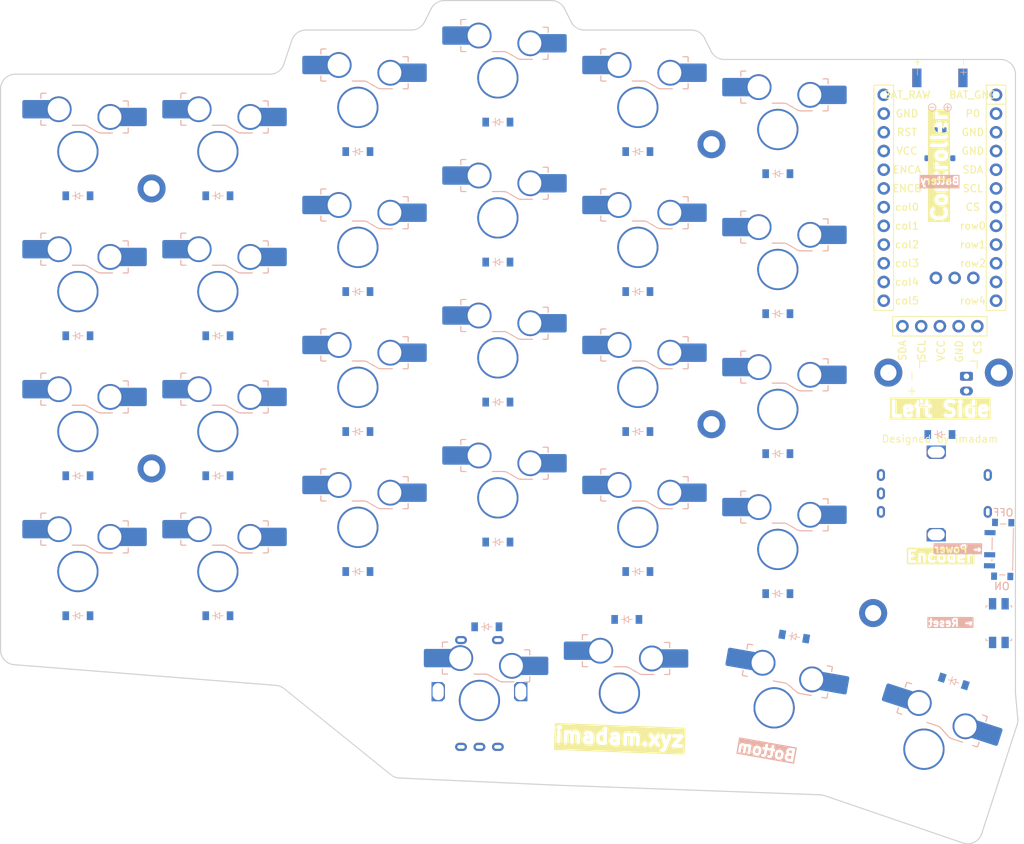
<source format=kicad_pcb>
(kicad_pcb (version 20240108) (generator "ergogen") (generator_version "4.1.0")
  (title_block (title "left") (date "2025-04-12") (rev "v1.0.0") (company "Unknown"))
  (layers (0 "F.Cu" signal) (31 "B.Cu" signal) (34 "B.Paste" user) (35 "F.Paste" user) (36 "B.SilkS" user "B.Silkscreen") (37 "F.SilkS" user "F.Silkscreen") (38 "B.Mask" user) (39 "F.Mask" user) (44 "Edge.Cuts" user))
  (net 0 "")
  (net 1 "col0")
  (net 2 "outer_bottom")
  (net 3 "GND")
  (net 4 "outer_home")
  (net 5 "outer_top")
  (net 6 "outer_num")
  (net 7 "col1")
  (net 8 "pinky_bottom")
  (net 9 "pinky_home")
  (net 10 "pinky_top")
  (net 11 "pinky_num")
  (net 12 "col2")
  (net 13 "ring_bottom")
  (net 14 "ring_home")
  (net 15 "ring_top")
  (net 16 "ring_num")
  (net 17 "col3")
  (net 18 "middle_bottom")
  (net 19 "middle_home")
  (net 20 "middle_top")
  (net 21 "middle_num")
  (net 22 "col4")
  (net 23 "index_bottom")
  (net 24 "index_home")
  (net 25 "index_top")
  (net 26 "index_num")
  (net 27 "col5")
  (net 28 "inner_bottom")
  (net 29 "inner_home")
  (net 30 "inner_top")
  (net 31 "inner_num")
  (net 32 "inner_cluster")
  (net 33 "home_cluster")
  (net 34 "layer_cluster")
  (net 35 "space_cluster")
  (net 36 "row3")
  (net 37 "row2")
  (net 38 "row1")
  (net 39 "row0")
  (net 40 "row4")
  (net 41 "scrollwheel_enc")
  (net 42 "ENCA")
  (net 43 "ENCB")
  (net 44 "ENCC")
  (net 45 "ENCD")
  (net 46 "BAT_RAW")
  (net 47 "RST")
  (net 48 "VCC")
  (net 49 "BAT_GND")
  (net 50 "P0")
  (net 51 "SDA")
  (net 52 "SCL")
  (net 53 "CS")
  (net 54 "P107")
  (net 55 "MCU1_24")
  (net 56 "MCU1_1")
  (net 57 "MCU1_23")
  (net 58 "MCU1_2")
  (net 59 "MCU1_22")
  (net 60 "MCU1_3")
  (net 61 "MCU1_21")
  (net 62 "MCU1_4")
  (net 63 "MCU1_20")
  (net 64 "MCU1_5")
  (net 65 "MCU1_19")
  (net 66 "MCU1_6")
  (net 67 "MCU1_18")
  (net 68 "MCU1_7")
  (net 69 "MCU1_17")
  (net 70 "MCU1_8")
  (net 71 "MCU1_16")
  (net 72 "MCU1_9")
  (net 73 "MCU1_15")
  (net 74 "MCU1_10")
  (net 75 "MCU1_14")
  (net 76 "MCU1_11")
  (net 77 "MCU1_13")
  (net 78 "MCU1_12")
  (net 79 "ON_P")
  (net 80 "PAD_3")
  (net 81 "PAD_4")
  (net 82 "PAD_5")
  (net 83 "DISP1_1")
  (net 84 "DISP1_2")
  (net 85 "DISP1_4")
  (net 86 "DISP1_5")
  (net 87 "JST1_1")
  (net 88 "JST1_2")
  (footprint "ceoloide:switch_gateron_ks27_ks33" (layer "B.Cu") (at 50 131 180)
    (property "Reference" "S1" hide)
    (pad "" thru_hole circle (at 0 0 180) (size 5.6 5.6) (drill 5.1) (layers "*.Cu" "*.Mask"))
    (pad "1" thru_hole circle (at -4.4 4.7 180) (size 3.5 3.5) (drill 3) (layers "*.Cu" "*.Mask") (net 1 "col0"))
    (pad "2" thru_hole circle (at 2.6 5.75 180) (size 3.5 3.5) (drill 3) (layers "*.Cu" "*.Mask") (net 2 "outer_bottom"))
    (pad "1" smd roundrect (at -7.35 4.7 180) (size 4 2.5) (layers "B.Cu") (roundrect_rratio 0.1) (net 1 "col0"))
    (pad "2" smd roundrect (at 5.55 5.75 180) (size 4 2.5) (layers "B.Cu") (roundrect_rratio 0.1) (net 2 "outer_bottom"))
  )
  (footprint "ceoloide:switch_gateron_ks27_ks33" (layer "B.Cu") (at 50 112 180)
    (property "Reference" "S2" hide)
    (pad "" thru_hole circle (at 0 0 180) (size 5.6 5.6) (drill 5.1) (layers "*.Cu" "*.Mask"))
    (pad "1" thru_hole circle (at -4.4 4.7 180) (size 3.5 3.5) (drill 3) (layers "*.Cu" "*.Mask") (net 1 "col0"))
    (pad "2" thru_hole circle (at 2.6 5.75 180) (size 3.5 3.5) (drill 3) (layers "*.Cu" "*.Mask") (net 4 "outer_home"))
    (pad "1" smd roundrect (at -7.35 4.7 180) (size 4 2.5) (layers "B.Cu") (roundrect_rratio 0.1) (net 1 "col0"))
    (pad "2" smd roundrect (at 5.55 5.75 180) (size 4 2.5) (layers "B.Cu") (roundrect_rratio 0.1) (net 4 "outer_home"))
  )
  (footprint "ceoloide:switch_gateron_ks27_ks33" (layer "B.Cu") (at 50 93 180)
    (property "Reference" "S3" hide)
    (pad "" thru_hole circle (at 0 0 180) (size 5.6 5.6) (drill 5.1) (layers "*.Cu" "*.Mask"))
    (pad "1" thru_hole circle (at -4.4 4.7 180) (size 3.5 3.5) (drill 3) (layers "*.Cu" "*.Mask") (net 1 "col0"))
    (pad "2" thru_hole circle (at 2.6 5.75 180) (size 3.5 3.5) (drill 3) (layers "*.Cu" "*.Mask") (net 5 "outer_top"))
    (pad "1" smd roundrect (at -7.35 4.7 180) (size 4 2.5) (layers "B.Cu") (roundrect_rratio 0.1) (net 1 "col0"))
    (pad "2" smd roundrect (at 5.55 5.75 180) (size 4 2.5) (layers "B.Cu") (roundrect_rratio 0.1) (net 5 "outer_top"))
  )
  (footprint "ceoloide:switch_gateron_ks27_ks33" (layer "B.Cu") (at 50 74 180)
    (property "Reference" "S4" hide)
    (pad "" thru_hole circle (at 0 0 180) (size 5.6 5.6) (drill 5.1) (layers "*.Cu" "*.Mask"))
    (pad "1" thru_hole circle (at -4.4 4.7 180) (size 3.5 3.5) (drill 3) (layers "*.Cu" "*.Mask") (net 1 "col0"))
    (pad "2" thru_hole circle (at 2.6 5.75 180) (size 3.5 3.5) (drill 3) (layers "*.Cu" "*.Mask") (net 6 "outer_num"))
    (pad "1" smd roundrect (at -7.35 4.7 180) (size 4 2.5) (layers "B.Cu") (roundrect_rratio 0.1) (net 1 "col0"))
    (pad "2" smd roundrect (at 5.55 5.75 180) (size 4 2.5) (layers "B.Cu") (roundrect_rratio 0.1) (net 6 "outer_num"))
  )
  (footprint "ceoloide:switch_gateron_ks27_ks33" (layer "B.Cu") (at 69 131 180)
    (property "Reference" "S5" hide)
    (pad "" thru_hole circle (at 0 0 180) (size 5.6 5.6) (drill 5.1) (layers "*.Cu" "*.Mask"))
    (pad "1" thru_hole circle (at -4.4 4.7 180) (size 3.5 3.5) (drill 3) (layers "*.Cu" "*.Mask") (net 7 "col1"))
    (pad "2" thru_hole circle (at 2.6 5.75 180) (size 3.5 3.5) (drill 3) (layers "*.Cu" "*.Mask") (net 8 "pinky_bottom"))
    (pad "1" smd roundrect (at -7.35 4.7 180) (size 4 2.5) (layers "B.Cu") (roundrect_rratio 0.1) (net 7 "col1"))
    (pad "2" smd roundrect (at 5.55 5.75 180) (size 4 2.5) (layers "B.Cu") (roundrect_rratio 0.1) (net 8 "pinky_bottom"))
  )
  (footprint "ceoloide:switch_gateron_ks27_ks33" (layer "B.Cu") (at 69 112 180)
    (property "Reference" "S6" hide)
    (pad "" thru_hole circle (at 0 0 180) (size 5.6 5.6) (drill 5.1) (layers "*.Cu" "*.Mask"))
    (pad "1" thru_hole circle (at -4.4 4.7 180) (size 3.5 3.5) (drill 3) (layers "*.Cu" "*.Mask") (net 7 "col1"))
    (pad "2" thru_hole circle (at 2.6 5.75 180) (size 3.5 3.5) (drill 3) (layers "*.Cu" "*.Mask") (net 9 "pinky_home"))
    (pad "1" smd roundrect (at -7.35 4.7 180) (size 4 2.5) (layers "B.Cu") (roundrect_rratio 0.1) (net 7 "col1"))
    (pad "2" smd roundrect (at 5.55 5.75 180) (size 4 2.5) (layers "B.Cu") (roundrect_rratio 0.1) (net 9 "pinky_home"))
  )
  (footprint "ceoloide:switch_gateron_ks27_ks33" (layer "B.Cu") (at 69 93 180)
    (property "Reference" "S7" hide)
    (pad "" thru_hole circle (at 0 0 180) (size 5.6 5.6) (drill 5.1) (layers "*.Cu" "*.Mask"))
    (pad "1" thru_hole circle (at -4.4 4.7 180) (size 3.5 3.5) (drill 3) (layers "*.Cu" "*.Mask") (net 7 "col1"))
    (pad "2" thru_hole circle (at 2.6 5.75 180) (size 3.5 3.5) (drill 3) (layers "*.Cu" "*.Mask") (net 10 "pinky_top"))
    (pad "1" smd roundrect (at -7.35 4.7 180) (size 4 2.5) (layers "B.Cu") (roundrect_rratio 0.1) (net 7 "col1"))
    (pad "2" smd roundrect (at 5.55 5.75 180) (size 4 2.5) (layers "B.Cu") (roundrect_rratio 0.1) (net 10 "pinky_top"))
  )
  (footprint "ceoloide:switch_gateron_ks27_ks33" (layer "B.Cu") (at 69 74 180)
    (property "Reference" "S8" hide)
    (pad "" thru_hole circle (at 0 0 180) (size 5.6 5.6) (drill 5.1) (layers "*.Cu" "*.Mask"))
    (pad "1" thru_hole circle (at -4.4 4.7 180) (size 3.5 3.5) (drill 3) (layers "*.Cu" "*.Mask") (net 7 "col1"))
    (pad "2" thru_hole circle (at 2.6 5.75 180) (size 3.5 3.5) (drill 3) (layers "*.Cu" "*.Mask") (net 11 "pinky_num"))
    (pad "1" smd roundrect (at -7.35 4.7 180) (size 4 2.5) (layers "B.Cu") (roundrect_rratio 0.1) (net 7 "col1"))
    (pad "2" smd roundrect (at 5.55 5.75 180) (size 4 2.5) (layers "B.Cu") (roundrect_rratio 0.1) (net 11 "pinky_num"))
  )
  (footprint "ceoloide:switch_gateron_ks27_ks33" (layer "B.Cu") (at 88 125 180)
    (property "Reference" "S9" hide)
    (pad "" thru_hole circle (at 0 0 180) (size 5.6 5.6) (drill 5.1) (layers "*.Cu" "*.Mask"))
    (pad "1" thru_hole circle (at -4.4 4.7 180) (size 3.5 3.5) (drill 3) (layers "*.Cu" "*.Mask") (net 12 "col2"))
    (pad "2" thru_hole circle (at 2.6 5.75 180) (size 3.5 3.5) (drill 3) (layers "*.Cu" "*.Mask") (net 13 "ring_bottom"))
    (pad "1" smd roundrect (at -7.35 4.7 180) (size 4 2.5) (layers "B.Cu") (roundrect_rratio 0.1) (net 12 "col2"))
    (pad "2" smd roundrect (at 5.55 5.75 180) (size 4 2.5) (layers "B.Cu") (roundrect_rratio 0.1) (net 13 "ring_bottom"))
  )
  (footprint "ceoloide:switch_gateron_ks27_ks33" (layer "B.Cu") (at 88 106 180)
    (property "Reference" "S10" hide)
    (pad "" thru_hole circle (at 0 0 180) (size 5.6 5.6) (drill 5.1) (layers "*.Cu" "*.Mask"))
    (pad "1" thru_hole circle (at -4.4 4.7 180) (size 3.5 3.5) (drill 3) (layers "*.Cu" "*.Mask") (net 12 "col2"))
    (pad "2" thru_hole circle (at 2.6 5.75 180) (size 3.5 3.5) (drill 3) (layers "*.Cu" "*.Mask") (net 14 "ring_home"))
    (pad "1" smd roundrect (at -7.35 4.7 180) (size 4 2.5) (layers "B.Cu") (roundrect_rratio 0.1) (net 12 "col2"))
    (pad "2" smd roundrect (at 5.55 5.75 180) (size 4 2.5) (layers "B.Cu") (roundrect_rratio 0.1) (net 14 "ring_home"))
  )
  (footprint "ceoloide:switch_gateron_ks27_ks33" (layer "B.Cu") (at 88 87 180)
    (property "Reference" "S11" hide)
    (pad "" thru_hole circle (at 0 0 180) (size 5.6 5.6) (drill 5.1) (layers "*.Cu" "*.Mask"))
    (pad "1" thru_hole circle (at -4.4 4.7 180) (size 3.5 3.5) (drill 3) (layers "*.Cu" "*.Mask") (net 12 "col2"))
    (pad "2" thru_hole circle (at 2.6 5.75 180) (size 3.5 3.5) (drill 3) (layers "*.Cu" "*.Mask") (net 15 "ring_top"))
    (pad "1" smd roundrect (at -7.35 4.7 180) (size 4 2.5) (layers "B.Cu") (roundrect_rratio 0.1) (net 12 "col2"))
    (pad "2" smd roundrect (at 5.55 5.75 180) (size 4 2.5) (layers "B.Cu") (roundrect_rratio 0.1) (net 15 "ring_top"))
  )
  (footprint "ceoloide:switch_gateron_ks27_ks33" (layer "B.Cu") (at 88 68 180)
    (property "Reference" "S12" hide)
    (pad "" thru_hole circle (at 0 0 180) (size 5.6 5.6) (drill 5.1) (layers "*.Cu" "*.Mask"))
    (pad "1" thru_hole circle (at -4.4 4.7 180) (size 3.5 3.5) (drill 3) (layers "*.Cu" "*.Mask") (net 12 "col2"))
    (pad "2" thru_hole circle (at 2.6 5.75 180) (size 3.5 3.5) (drill 3) (layers "*.Cu" "*.Mask") (net 16 "ring_num"))
    (pad "1" smd roundrect (at -7.35 4.7 180) (size 4 2.5) (layers "B.Cu") (roundrect_rratio 0.1) (net 12 "col2"))
    (pad "2" smd roundrect (at 5.55 5.75 180) (size 4 2.5) (layers "B.Cu") (roundrect_rratio 0.1) (net 16 "ring_num"))
  )
  (footprint "ceoloide:switch_gateron_ks27_ks33" (layer "B.Cu") (at 107 121 180)
    (property "Reference" "S13" hide)
    (pad "" thru_hole circle (at 0 0 180) (size 5.6 5.6) (drill 5.1) (layers "*.Cu" "*.Mask"))
    (pad "1" thru_hole circle (at -4.4 4.7 180) (size 3.5 3.5) (drill 3) (layers "*.Cu" "*.Mask") (net 17 "col3"))
    (pad "2" thru_hole circle (at 2.6 5.75 180) (size 3.5 3.5) (drill 3) (layers "*.Cu" "*.Mask") (net 18 "middle_bottom"))
    (pad "1" smd roundrect (at -7.35 4.7 180) (size 4 2.5) (layers "B.Cu") (roundrect_rratio 0.1) (net 17 "col3"))
    (pad "2" smd roundrect (at 5.55 5.75 180) (size 4 2.5) (layers "B.Cu") (roundrect_rratio 0.1) (net 18 "middle_bottom"))
  )
  (footprint "ceoloide:switch_gateron_ks27_ks33" (layer "B.Cu") (at 107 102 180)
    (property "Reference" "S14" hide)
    (pad "" thru_hole circle (at 0 0 180) (size 5.6 5.6) (drill 5.1) (layers "*.Cu" "*.Mask"))
    (pad "1" thru_hole circle (at -4.4 4.7 180) (size 3.5 3.5) (drill 3) (layers "*.Cu" "*.Mask") (net 17 "col3"))
    (pad "2" thru_hole circle (at 2.6 5.75 180) (size 3.5 3.5) (drill 3) (layers "*.Cu" "*.Mask") (net 19 "middle_home"))
    (pad "1" smd roundrect (at -7.35 4.7 180) (size 4 2.5) (layers "B.Cu") (roundrect_rratio 0.1) (net 17 "col3"))
    (pad "2" smd roundrect (at 5.55 5.75 180) (size 4 2.5) (layers "B.Cu") (roundrect_rratio 0.1) (net 19 "middle_home"))
  )
  (footprint "ceoloide:switch_gateron_ks27_ks33" (layer "B.Cu") (at 107 83 180)
    (property "Reference" "S15" hide)
    (pad "" thru_hole circle (at 0 0 180) (size 5.6 5.6) (drill 5.1) (layers "*.Cu" "*.Mask"))
    (pad "1" thru_hole circle (at -4.4 4.7 180) (size 3.5 3.5) (drill 3) (layers "*.Cu" "*.Mask") (net 17 "col3"))
    (pad "2" thru_hole circle (at 2.6 5.75 180) (size 3.5 3.5) (drill 3) (layers "*.Cu" "*.Mask") (net 20 "middle_top"))
    (pad "1" smd roundrect (at -7.35 4.7 180) (size 4 2.5) (layers "B.Cu") (roundrect_rratio 0.1) (net 17 "col3"))
    (pad "2" smd roundrect (at 5.55 5.75 180) (size 4 2.5) (layers "B.Cu") (roundrect_rratio 0.1) (net 20 "middle_top"))
  )
  (footprint "ceoloide:switch_gateron_ks27_ks33" (layer "B.Cu") (at 107 64 180)
    (property "Reference" "S16" hide)
    (pad "" thru_hole circle (at 0 0 180) (size 5.6 5.6) (drill 5.1) (layers "*.Cu" "*.Mask"))
    (pad "1" thru_hole circle (at -4.4 4.7 180) (size 3.5 3.5) (drill 3) (layers "*.Cu" "*.Mask") (net 17 "col3"))
    (pad "2" thru_hole circle (at 2.6 5.75 180) (size 3.5 3.5) (drill 3) (layers "*.Cu" "*.Mask") (net 21 "middle_num"))
    (pad "1" smd roundrect (at -7.35 4.7 180) (size 4 2.5) (layers "B.Cu") (roundrect_rratio 0.1) (net 17 "col3"))
    (pad "2" smd roundrect (at 5.55 5.75 180) (size 4 2.5) (layers "B.Cu") (roundrect_rratio 0.1) (net 21 "middle_num"))
  )
  (footprint "ceoloide:switch_gateron_ks27_ks33" (layer "B.Cu") (at 126 125 180)
    (property "Reference" "S17" hide)
    (pad "" thru_hole circle (at 0 0 180) (size 5.6 5.6) (drill 5.1) (layers "*.Cu" "*.Mask"))
    (pad "1" thru_hole circle (at -4.4 4.7 180) (size 3.5 3.5) (drill 3) (layers "*.Cu" "*.Mask") (net 22 "col4"))
    (pad "2" thru_hole circle (at 2.6 5.75 180) (size 3.5 3.5) (drill 3) (layers "*.Cu" "*.Mask") (net 23 "index_bottom"))
    (pad "1" smd roundrect (at -7.35 4.7 180) (size 4 2.5) (layers "B.Cu") (roundrect_rratio 0.1) (net 22 "col4"))
    (pad "2" smd roundrect (at 5.55 5.75 180) (size 4 2.5) (layers "B.Cu") (roundrect_rratio 0.1) (net 23 "index_bottom"))
  )
  (footprint "ceoloide:switch_gateron_ks27_ks33" (layer "B.Cu") (at 126 106 180)
    (property "Reference" "S18" hide)
    (pad "" thru_hole circle (at 0 0 180) (size 5.6 5.6) (drill 5.1) (layers "*.Cu" "*.Mask"))
    (pad "1" thru_hole circle (at -4.4 4.7 180) (size 3.5 3.5) (drill 3) (layers "*.Cu" "*.Mask") (net 22 "col4"))
    (pad "2" thru_hole circle (at 2.6 5.75 180) (size 3.5 3.5) (drill 3) (layers "*.Cu" "*.Mask") (net 24 "index_home"))
    (pad "1" smd roundrect (at -7.35 4.7 180) (size 4 2.5) (layers "B.Cu") (roundrect_rratio 0.1) (net 22 "col4"))
    (pad "2" smd roundrect (at 5.55 5.75 180) (size 4 2.5) (layers "B.Cu") (roundrect_rratio 0.1) (net 24 "index_home"))
  )
  (footprint "ceoloide:switch_gateron_ks27_ks33" (layer "B.Cu") (at 126 87 180)
    (property "Reference" "S19" hide)
    (pad "" thru_hole circle (at 0 0 180) (size 5.6 5.6) (drill 5.1) (layers "*.Cu" "*.Mask"))
    (pad "1" thru_hole circle (at -4.4 4.7 180) (size 3.5 3.5) (drill 3) (layers "*.Cu" "*.Mask") (net 22 "col4"))
    (pad "2" thru_hole circle (at 2.6 5.75 180) (size 3.5 3.5) (drill 3) (layers "*.Cu" "*.Mask") (net 25 "index_top"))
    (pad "1" smd roundrect (at -7.35 4.7 180) (size 4 2.5) (layers "B.Cu") (roundrect_rratio 0.1) (net 22 "col4"))
    (pad "2" smd roundrect (at 5.55 5.75 180) (size 4 2.5) (layers "B.Cu") (roundrect_rratio 0.1) (net 25 "index_top"))
  )
  (footprint "ceoloide:switch_gateron_ks27_ks33" (layer "B.Cu") (at 126 68 180)
    (property "Reference" "S20" hide)
    (pad "" thru_hole circle (at 0 0 180) (size 5.6 5.6) (drill 5.1) (layers "*.Cu" "*.Mask"))
    (pad "1" thru_hole circle (at -4.4 4.7 180) (size 3.5 3.5) (drill 3) (layers "*.Cu" "*.Mask") (net 22 "col4"))
    (pad "2" thru_hole circle (at 2.6 5.75 180) (size 3.5 3.5) (drill 3) (layers "*.Cu" "*.Mask") (net 26 "index_num"))
    (pad "1" smd roundrect (at -7.35 4.7 180) (size 4 2.5) (layers "B.Cu") (roundrect_rratio 0.1) (net 22 "col4"))
    (pad "2" smd roundrect (at 5.55 5.75 180) (size 4 2.5) (layers "B.Cu") (roundrect_rratio 0.1) (net 26 "index_num"))
  )
  (footprint "ceoloide:switch_gateron_ks27_ks33" (layer "B.Cu") (at 145 128 180)
    (property "Reference" "S21" hide)
    (pad "" thru_hole circle (at 0 0 180) (size 5.6 5.6) (drill 5.1) (layers "*.Cu" "*.Mask"))
    (pad "1" thru_hole circle (at -4.4 4.7 180) (size 3.5 3.5) (drill 3) (layers "*.Cu" "*.Mask") (net 27 "col5"))
    (pad "2" thru_hole circle (at 2.6 5.75 180) (size 3.5 3.5) (drill 3) (layers "*.Cu" "*.Mask") (net 28 "inner_bottom"))
    (pad "1" smd roundrect (at -7.35 4.7 180) (size 4 2.5) (layers "B.Cu") (roundrect_rratio 0.1) (net 27 "col5"))
    (pad "2" smd roundrect (at 5.55 5.75 180) (size 4 2.5) (layers "B.Cu") (roundrect_rratio 0.1) (net 28 "inner_bottom"))
  )
  (footprint "ceoloide:switch_gateron_ks27_ks33" (layer "B.Cu") (at 145 109 180)
    (property "Reference" "S22" hide)
    (pad "" thru_hole circle (at 0 0 180) (size 5.6 5.6) (drill 5.1) (layers "*.Cu" "*.Mask"))
    (pad "1" thru_hole circle (at -4.4 4.7 180) (size 3.5 3.5) (drill 3) (layers "*.Cu" "*.Mask") (net 27 "col5"))
    (pad "2" thru_hole circle (at 2.6 5.75 180) (size 3.5 3.5) (drill 3) (layers "*.Cu" "*.Mask") (net 29 "inner_home"))
    (pad "1" smd roundrect (at -7.35 4.7 180) (size 4 2.5) (layers "B.Cu") (roundrect_rratio 0.1) (net 27 "col5"))
    (pad "2" smd roundrect (at 5.55 5.75 180) (size 4 2.5) (layers "B.Cu") (roundrect_rratio 0.1) (net 29 "inner_home"))
  )
  (footprint "ceoloide:switch_gateron_ks27_ks33" (layer "B.Cu") (at 145 90 180)
    (property "Reference" "S23" hide)
    (pad "" thru_hole circle (at 0 0 180) (size 5.6 5.6) (drill 5.1) (layers "*.Cu" "*.Mask"))
    (pad "1" thru_hole circle (at -4.4 4.7 180) (size 3.5 3.5) (drill 3) (layers "*.Cu" "*.Mask") (net 27 "col5"))
    (pad "2" thru_hole circle (at 2.6 5.75 180) (size 3.5 3.5) (drill 3) (layers "*.Cu" "*.Mask") (net 30 "inner_top"))
    (pad "1" smd roundrect (at -7.35 4.7 180) (size 4 2.5) (layers "B.Cu") (roundrect_rratio 0.1) (net 27 "col5"))
    (pad "2" smd roundrect (at 5.55 5.75 180) (size 4 2.5) (layers "B.Cu") (roundrect_rratio 0.1) (net 30 "inner_top"))
  )
  (footprint "ceoloide:switch_gateron_ks27_ks33" (layer "B.Cu") (at 145 71 180)
    (property "Reference" "S24" hide)
    (pad "" thru_hole circle (at 0 0 180) (size 5.6 5.6) (drill 5.1) (layers "*.Cu" "*.Mask"))
    (pad "1" thru_hole circle (at -4.4 4.7 180) (size 3.5 3.5) (drill 3) (layers "*.Cu" "*.Mask") (net 27 "col5"))
    (pad "2" thru_hole circle (at 2.6 5.75 180) (size 3.5 3.5) (drill 3) (layers "*.Cu" "*.Mask") (net 31 "inner_num"))
    (pad "1" smd roundrect (at -7.35 4.7 180) (size 4 2.5) (layers "B.Cu") (roundrect_rratio 0.1) (net 27 "col5"))
    (pad "2" smd roundrect (at 5.55 5.75 180) (size 4 2.5) (layers "B.Cu") (roundrect_rratio 0.1) (net 31 "inner_num"))
  )
  (footprint "ceoloide:switch_gateron_ks27_ks33" (layer "B.Cu") (at 104.5 148.5 180)
    (property "Reference" "S25" hide)
    (pad "" thru_hole circle (at 0 0 180) (size 5.6 5.6) (drill 5.1) (layers "*.Cu" "*.Mask"))
    (pad "1" thru_hole circle (at -4.4 4.7 180) (size 3.5 3.5) (drill 3) (layers "*.Cu" "*.Mask") (net 12 "col2"))
    (pad "2" thru_hole circle (at 2.6 5.75 180) (size 3.5 3.5) (drill 3) (layers "*.Cu" "*.Mask") (net 32 "inner_cluster"))
    (pad "1" smd roundrect (at -7.35 4.7 180) (size 4 2.5) (layers "B.Cu") (roundrect_rratio 0.1) (net 12 "col2"))
    (pad "2" smd roundrect (at 5.55 5.75 180) (size 4 2.5) (layers "B.Cu") (roundrect_rratio 0.1) (net 32 "inner_cluster"))
  )
  (footprint "ceoloide:switch_gateron_ks27_ks33" (layer "B.Cu") (at 123.5 147.5 180)
    (property "Reference" "S26" hide)
    (pad "" thru_hole circle (at 0 0 180) (size 5.6 5.6) (drill 5.1) (layers "*.Cu" "*.Mask"))
    (pad "1" thru_hole circle (at -4.4 4.7 180) (size 3.5 3.5) (drill 3) (layers "*.Cu" "*.Mask") (net 17 "col3"))
    (pad "2" thru_hole circle (at 2.6 5.75 180) (size 3.5 3.5) (drill 3) (layers "*.Cu" "*.Mask") (net 33 "home_cluster"))
    (pad "1" smd roundrect (at -7.35 4.7 180) (size 4 2.5) (layers "B.Cu") (roundrect_rratio 0.1) (net 17 "col3"))
    (pad "2" smd roundrect (at 5.55 5.75 180) (size 4 2.5) (layers "B.Cu") (roundrect_rratio 0.1) (net 33 "home_cluster"))
  )
  (footprint "ceoloide:switch_gateron_ks27_ks33" (layer "B.Cu") (at 144.5 149.5 170)
    (property "Reference" "S27" hide)
    (pad "" thru_hole circle (at 0 0 170) (size 5.6 5.6) (drill 5.1) (layers "*.Cu" "*.Mask"))
    (pad "1" thru_hole circle (at -4.4 4.7 170) (size 3.5 3.5) (drill 3) (layers "*.Cu" "*.Mask") (net 22 "col4"))
    (pad "2" thru_hole circle (at 2.6 5.75 170) (size 3.5 3.5) (drill 3) (layers "*.Cu" "*.Mask") (net 34 "layer_cluster"))
    (pad "1" smd roundrect (at -7.35 4.7 170) (size 4 2.5) (layers "B.Cu") (roundrect_rratio 0.1) (net 22 "col4"))
    (pad "2" smd roundrect (at 5.55 5.75 170) (size 4 2.5) (layers "B.Cu") (roundrect_rratio 0.1) (net 34 "layer_cluster"))
  )
  (footprint "ceoloide:switch_gateron_ks27_ks33" (layer "B.Cu") (at 164.8336665 155.1162272 162)
    (property "Reference" "S28" hide)
    (pad "" thru_hole circle (at 0 0 162) (size 5.6 5.6) (drill 5.1) (layers "*.Cu" "*.Mask"))
    (pad "1" thru_hole circle (at -4.4 4.7 162) (size 3.5 3.5) (drill 3) (layers "*.Cu" "*.Mask") (net 27 "col5"))
    (pad "2" thru_hole circle (at 2.6 5.75 162) (size 3.5 3.5) (drill 3) (layers "*.Cu" "*.Mask") (net 35 "space_cluster"))
    (pad "1" smd roundrect (at -7.35 4.7 162) (size 4 2.5) (layers "B.Cu") (roundrect_rratio 0.1) (net 27 "col5"))
    (pad "2" smd roundrect (at 5.55 5.75 162) (size 4 2.5) (layers "B.Cu") (roundrect_rratio 0.1) (net 35 "space_cluster"))
  )
  (footprint "ceoloide:diode_tht_sod123" (layer "B.Cu") (at 50 137 0)
    (property "Reference" "D1" hide)
    (pad "1" smd rect (at -1.65 0 0) (size 0.9 1.2) (layers "B.Cu" "B.Paste" "B.Mask") (net 36 "row3"))
    (pad "2" smd rect (at 1.65 0 0) (size 0.9 1.2) (layers "B.Cu" "B.Paste" "B.Mask") (net 2 "outer_bottom"))
  )
  (footprint "ceoloide:diode_tht_sod123" (layer "B.Cu") (at 50 118 0)
    (property "Reference" "D2" hide)
    (pad "1" smd rect (at -1.65 0 0) (size 0.9 1.2) (layers "B.Cu" "B.Paste" "B.Mask") (net 37 "row2"))
    (pad "2" smd rect (at 1.65 0 0) (size 0.9 1.2) (layers "B.Cu" "B.Paste" "B.Mask") (net 4 "outer_home"))
  )
  (footprint "ceoloide:diode_tht_sod123" (layer "B.Cu") (at 50 99 0)
    (property "Reference" "D3" hide)
    (pad "1" smd rect (at -1.65 0 0) (size 0.9 1.2) (layers "B.Cu" "B.Paste" "B.Mask") (net 38 "row1"))
    (pad "2" smd rect (at 1.65 0 0) (size 0.9 1.2) (layers "B.Cu" "B.Paste" "B.Mask") (net 5 "outer_top"))
  )
  (footprint "ceoloide:diode_tht_sod123" (layer "B.Cu") (at 50 80 0)
    (property "Reference" "D4" hide)
    (pad "1" smd rect (at -1.65 0 0) (size 0.9 1.2) (layers "B.Cu" "B.Paste" "B.Mask") (net 39 "row0"))
    (pad "2" smd rect (at 1.65 0 0) (size 0.9 1.2) (layers "B.Cu" "B.Paste" "B.Mask") (net 6 "outer_num"))
  )
  (footprint "ceoloide:diode_tht_sod123" (layer "B.Cu") (at 69 137 0)
    (property "Reference" "D5" hide)
    (pad "1" smd rect (at -1.65 0 0) (size 0.9 1.2) (layers "B.Cu" "B.Paste" "B.Mask") (net 36 "row3"))
    (pad "2" smd rect (at 1.65 0 0) (size 0.9 1.2) (layers "B.Cu" "B.Paste" "B.Mask") (net 8 "pinky_bottom"))
  )
  (footprint "ceoloide:diode_tht_sod123" (layer "B.Cu") (at 69 118 0)
    (property "Reference" "D6" hide)
    (pad "1" smd rect (at -1.65 0 0) (size 0.9 1.2) (layers "B.Cu" "B.Paste" "B.Mask") (net 37 "row2"))
    (pad "2" smd rect (at 1.65 0 0) (size 0.9 1.2) (layers "B.Cu" "B.Paste" "B.Mask") (net 9 "pinky_home"))
  )
  (footprint "ceoloide:diode_tht_sod123" (layer "B.Cu") (at 69 99 0)
    (property "Reference" "D7" hide)
    (pad "1" smd rect (at -1.65 0 0) (size 0.9 1.2) (layers "B.Cu" "B.Paste" "B.Mask") (net 38 "row1"))
    (pad "2" smd rect (at 1.65 0 0) (size 0.9 1.2) (layers "B.Cu" "B.Paste" "B.Mask") (net 10 "pinky_top"))
  )
  (footprint "ceoloide:diode_tht_sod123" (layer "B.Cu") (at 69 80 0)
    (property "Reference" "D8" hide)
    (pad "1" smd rect (at -1.65 0 0) (size 0.9 1.2) (layers "B.Cu" "B.Paste" "B.Mask") (net 39 "row0"))
    (pad "2" smd rect (at 1.65 0 0) (size 0.9 1.2) (layers "B.Cu" "B.Paste" "B.Mask") (net 11 "pinky_num"))
  )
  (footprint "ceoloide:diode_tht_sod123" (layer "B.Cu") (at 88 131 0)
    (property "Reference" "D9" hide)
    (pad "1" smd rect (at -1.65 0 0) (size 0.9 1.2) (layers "B.Cu" "B.Paste" "B.Mask") (net 36 "row3"))
    (pad "2" smd rect (at 1.65 0 0) (size 0.9 1.2) (layers "B.Cu" "B.Paste" "B.Mask") (net 13 "ring_bottom"))
  )
  (footprint "ceoloide:diode_tht_sod123" (layer "B.Cu") (at 88 112 0)
    (property "Reference" "D10" hide)
    (pad "1" smd rect (at -1.65 0 0) (size 0.9 1.2) (layers "B.Cu" "B.Paste" "B.Mask") (net 37 "row2"))
    (pad "2" smd rect (at 1.65 0 0) (size 0.9 1.2) (layers "B.Cu" "B.Paste" "B.Mask") (net 14 "ring_home"))
  )
  (footprint "ceoloide:diode_tht_sod123" (layer "B.Cu") (at 88 93 0)
    (property "Reference" "D11" hide)
    (pad "1" smd rect (at -1.65 0 0) (size 0.9 1.2) (layers "B.Cu" "B.Paste" "B.Mask") (net 38 "row1"))
    (pad "2" smd rect (at 1.65 0 0) (size 0.9 1.2) (layers "B.Cu" "B.Paste" "B.Mask") (net 15 "ring_top"))
  )
  (footprint "ceoloide:diode_tht_sod123" (layer "B.Cu") (at 88 74 0)
    (property "Reference" "D12" hide)
    (pad "1" smd rect (at -1.65 0 0) (size 0.9 1.2) (layers "B.Cu" "B.Paste" "B.Mask") (net 39 "row0"))
    (pad "2" smd rect (at 1.65 0 0) (size 0.9 1.2) (layers "B.Cu" "B.Paste" "B.Mask") (net 16 "ring_num"))
  )
  (footprint "ceoloide:diode_tht_sod123" (layer "B.Cu") (at 107 127 0)
    (property "Reference" "D13" hide)
    (pad "1" smd rect (at -1.65 0 0) (size 0.9 1.2) (layers "B.Cu" "B.Paste" "B.Mask") (net 36 "row3"))
    (pad "2" smd rect (at 1.65 0 0) (size 0.9 1.2) (layers "B.Cu" "B.Paste" "B.Mask") (net 18 "middle_bottom"))
  )
  (footprint "ceoloide:diode_tht_sod123" (layer "B.Cu") (at 107 108 0)
    (property "Reference" "D14" hide)
    (pad "1" smd rect (at -1.65 0 0) (size 0.9 1.2) (layers "B.Cu" "B.Paste" "B.Mask") (net 37 "row2"))
    (pad "2" smd rect (at 1.65 0 0) (size 0.9 1.2) (layers "B.Cu" "B.Paste" "B.Mask") (net 19 "middle_home"))
  )
  (footprint "ceoloide:diode_tht_sod123" (layer "B.Cu") (at 107 89 0)
    (property "Reference" "D15" hide)
    (pad "1" smd rect (at -1.65 0 0) (size 0.9 1.2) (layers "B.Cu" "B.Paste" "B.Mask") (net 38 "row1"))
    (pad "2" smd rect (at 1.65 0 0) (size 0.9 1.2) (layers "B.Cu" "B.Paste" "B.Mask") (net 20 "middle_top"))
  )
  (footprint "ceoloide:diode_tht_sod123" (layer "B.Cu") (at 107 70 0)
    (property "Reference" "D16" hide)
    (pad "1" smd rect (at -1.65 0 0) (size 0.9 1.2) (layers "B.Cu" "B.Paste" "B.Mask") (net 39 "row0"))
    (pad "2" smd rect (at 1.65 0 0) (size 0.9 1.2) (layers "B.Cu" "B.Paste" "B.Mask") (net 21 "middle_num"))
  )
  (footprint "ceoloide:diode_tht_sod123" (layer "B.Cu") (at 126 131 0)
    (property "Reference" "D17" hide)
    (pad "1" smd rect (at -1.65 0 0) (size 0.9 1.2) (layers "B.Cu" "B.Paste" "B.Mask") (net 36 "row3"))
    (pad "2" smd rect (at 1.65 0 0) (size 0.9 1.2) (layers "B.Cu" "B.Paste" "B.Mask") (net 23 "index_bottom"))
  )
  (footprint "ceoloide:diode_tht_sod123" (layer "B.Cu") (at 126 112 0)
    (property "Reference" "D18" hide)
    (pad "1" smd rect (at -1.65 0 0) (size 0.9 1.2) (layers "B.Cu" "B.Paste" "B.Mask") (net 37 "row2"))
    (pad "2" smd rect (at 1.65 0 0) (size 0.9 1.2) (layers "B.Cu" "B.Paste" "B.Mask") (net 24 "index_home"))
  )
  (footprint "ceoloide:diode_tht_sod123" (layer "B.Cu") (at 126 93 0)
    (property "Reference" "D19" hide)
    (pad "1" smd rect (at -1.65 0 0) (size 0.9 1.2) (layers "B.Cu" "B.Paste" "B.Mask") (net 38 "row1"))
    (pad "2" smd rect (at 1.65 0 0) (size 0.9 1.2) (layers "B.Cu" "B.Paste" "B.Mask") (net 25 "index_top"))
  )
  (footprint "ceoloide:diode_tht_sod123" (layer "B.Cu") (at 126 74 0)
    (property "Reference" "D20" hide)
    (pad "1" smd rect (at -1.65 0 0) (size 0.9 1.2) (layers "B.Cu" "B.Paste" "B.Mask") (net 39 "row0"))
    (pad "2" smd rect (at 1.65 0 0) (size 0.9 1.2) (layers "B.Cu" "B.Paste" "B.Mask") (net 26 "index_num"))
  )
  (footprint "ceoloide:diode_tht_sod123" (layer "B.Cu") (at 145 134 0)
    (property "Reference" "D21" hide)
    (pad "1" smd rect (at -1.65 0 0) (size 0.9 1.2) (layers "B.Cu" "B.Paste" "B.Mask") (net 36 "row3"))
    (pad "2" smd rect (at 1.65 0 0) (size 0.9 1.2) (layers "B.Cu" "B.Paste" "B.Mask") (net 28 "inner_bottom"))
  )
  (footprint "ceoloide:diode_tht_sod123" (layer "B.Cu") (at 145 115 0)
    (property "Reference" "D22" hide)
    (pad "1" smd rect (at -1.65 0 0) (size 0.9 1.2) (layers "B.Cu" "B.Paste" "B.Mask") (net 37 "row2"))
    (pad "2" smd rect (at 1.65 0 0) (size 0.9 1.2) (layers "B.Cu" "B.Paste" "B.Mask") (net 29 "inner_home"))
  )
  (footprint "ceoloide:diode_tht_sod123" (layer "B.Cu") (at 145 96 0)
    (property "Reference" "D23" hide)
    (pad "1" smd rect (at -1.65 0 0) (size 0.9 1.2) (layers "B.Cu" "B.Paste" "B.Mask") (net 38 "row1"))
    (pad "2" smd rect (at 1.65 0 0) (size 0.9 1.2) (layers "B.Cu" "B.Paste" "B.Mask") (net 30 "inner_top"))
  )
  (footprint "ceoloide:diode_tht_sod123" (layer "B.Cu") (at 145 77 0)
    (property "Reference" "D24" hide)
    (pad "1" smd rect (at -1.65 0 0) (size 0.9 1.2) (layers "B.Cu" "B.Paste" "B.Mask") (net 39 "row0"))
    (pad "2" smd rect (at 1.65 0 0) (size 0.9 1.2) (layers "B.Cu" "B.Paste" "B.Mask") (net 31 "inner_num"))
  )
  (footprint "ceoloide:diode_tht_sod123" (layer "B.Cu") (at 105.5 138.5 0)
    (property "Reference" "D25" hide)
    (pad "1" smd rect (at -1.65 0 0) (size 0.9 1.2) (layers "B.Cu" "B.Paste" "B.Mask") (net 40 "row4"))
    (pad "2" smd rect (at 1.65 0 0) (size 0.9 1.2) (layers "B.Cu" "B.Paste" "B.Mask") (net 32 "inner_cluster"))
  )
  (footprint "ceoloide:diode_tht_sod123" (layer "B.Cu") (at 124.5 137.5 0)
    (property "Reference" "D26" hide)
    (pad "1" smd rect (at -1.65 0 0) (size 0.9 1.2) (layers "B.Cu" "B.Paste" "B.Mask") (net 40 "row4"))
    (pad "2" smd rect (at 1.65 0 0) (size 0.9 1.2) (layers "B.Cu" "B.Paste" "B.Mask") (net 33 "home_cluster"))
  )
  (footprint "ceoloide:diode_tht_sod123" (layer "B.Cu") (at 147.2212895 139.8255706 -10)
    (property "Reference" "D27" hide)
    (pad "1" smd rect (at -1.65 0 -10) (size 0.9 1.2) (layers "B.Cu" "B.Paste" "B.Mask") (net 40 "row4"))
    (pad "2" smd rect (at 1.65 0 -10) (size 0.9 1.2) (layers "B.Cu" "B.Paste" "B.Mask") (net 34 "layer_cluster"))
  )
  (footprint "ceoloide:diode_tht_sod123" (layer "B.Cu") (at 168.874893 145.914679 -18)
    (property "Reference" "D28" hide)
    (pad "1" smd rect (at -1.65 0 -18) (size 0.9 1.2) (layers "B.Cu" "B.Paste" "B.Mask") (net 40 "row4"))
    (pad "2" smd rect (at 1.65 0 -18) (size 0.9 1.2) (layers "B.Cu" "B.Paste" "B.Mask") (net 35 "space_cluster"))
  )
  (footprint "ceoloide:diode_tht_sod123" (layer "B.Cu") (at 167 112.4 0)
    (property "Reference" "D29" hide)
    (pad "1" smd rect (at -1.65 0 0) (size 0.9 1.2) (layers "B.Cu" "B.Paste" "B.Mask") (net 37 "row2"))
    (pad "2" smd rect (at 1.65 0 0) (size 0.9 1.2) (layers "B.Cu" "B.Paste" "B.Mask") (net 41 "scrollwheel_enc"))
  )
  (footprint "ceoloide:rotary_encoder_ec11_ec12" (layer "F.Cu") (at 166.5 120.4 270)
    (property "Reference" "RE1" hide)
    (pad "A" thru_hole oval (at 2.5 7.5 270) (size 1.6 1.1) (drill oval 1 0.5) (layers "*.Cu" "F.Mask") (net 42 "ENCA"))
    (pad "B" thru_hole oval (at 0 7.5 270) (size 1.6 1.1) (drill oval 1 0.5) (layers "*.Cu" "F.Mask") (net 3 "GND"))
    (pad "C" thru_hole oval (at -2.5 7.5 270) (size 1.6 1.1) (drill oval 1 0.5) (layers "*.Cu" "F.Mask") (net 43 "ENCB"))
    (pad "S1" thru_hole oval (at -2.5 -7 270) (size 1.6 1.1) (drill oval 1 0.5) (layers "*.Cu" "F.Mask") (net 27 "col5"))
    (pad "S2" thru_hole oval (at 2.5 -7 270) (size 1.6 1.1) (drill oval 1 0.5) (layers "*.Cu" "F.Mask") (net 41 "scrollwheel_enc"))
    (pad "" thru_hole roundrect (at -5.6 0 180) (size 2.5999999999999996 1.8) (drill oval 2.3 1.5) (layers "*.Cu" "*.Mask") (roundrect_rratio 0) (chamfer_ratio 0.2) (chamfer top_right top_left))
    (pad "" thru_hole roundrect (at 5.6 0 180) (size 2.5999999999999996 1.8) (drill oval 2.3 1.5) (layers "*.Cu" "*.Mask") (roundrect_rratio 0) (chamfer_ratio 0.2) (chamfer bottom_right bottom_left))
  )
  (footprint "ceoloide:rotary_encoder_ec11_ec12" (layer "F.Cu") (at 104.5 147.3 0)
    (property "Reference" "RE2" hide)
    (pad "A" thru_hole oval (at 2.5 7.5 0) (size 1.6 1.1) (drill oval 1 0.5) (layers "*.Cu" "F.Mask") (net 44 "ENCC"))
    (pad "B" thru_hole oval (at 0 7.5 0) (size 1.6 1.1) (drill oval 1 0.5) (layers "*.Cu" "F.Mask") (net 3 "GND"))
    (pad "C" thru_hole oval (at -2.5 7.5 0) (size 1.6 1.1) (drill oval 1 0.5) (layers "*.Cu" "F.Mask") (net 45 "ENCD"))
    (pad "S1" thru_hole oval (at -2.5 -7 0) (size 1.6 1.1) (drill oval 1 0.5) (layers "*.Cu" "F.Mask") (net 12 "col2"))
    (pad "S2" thru_hole oval (at 2.5 -7 0) (size 1.6 1.1) (drill oval 1 0.5) (layers "*.Cu" "F.Mask") (net 32 "inner_cluster"))
    (pad "" thru_hole roundrect (at -5.6 0 -90) (size 2.5999999999999996 1.8) (drill oval 2.3 1.5) (layers "*.Cu" "*.Mask") (roundrect_rratio 0) (chamfer_ratio 0.2) (chamfer top_right top_left))
    (pad "" thru_hole roundrect (at 5.6 0 -90) (size 2.5999999999999996 1.8) (drill oval 2.3 1.5) (layers "*.Cu" "*.Mask") (roundrect_rratio 0) (chamfer_ratio 0.2) (chamfer bottom_right bottom_left))
  )
  (footprint "ceoloide:mcu_supermini_nrf52840" (layer "F.Cu") (at 167 79 0)
    (property "Reference" "MCU1" hide)
    (pad "24" thru_hole circle (at -7.62 -12.7 0) (size 1.7 1.7) (drill 1) (layers "*.Cu" "*.Mask") (net 46 "BAT_RAW"))
    (pad "1" thru_hole circle (at 7.62 -12.7 0) (size 1.7 1.7) (drill 1) (layers "*.Cu" "*.Mask") (net 49 "BAT_GND"))
    (fp_text user "BAT_RAW" (at -4.47 -12.7 0) (layer "F.SilkS"))
    (fp_text user "BAT_GND" (at 4.47 -12.7 0) (layer "F.SilkS"))
    (pad "23" thru_hole circle (at -7.62 -10.16 0) (size 1.7 1.7) (drill 1) (layers "*.Cu" "*.Mask") (net 3 "GND"))
    (pad "2" thru_hole circle (at 7.62 -10.16 0) (size 1.7 1.7) (drill 1) (layers "*.Cu" "*.Mask") (net 50 "P0"))
    (fp_text user "GND" (at -4.47 -10.16 0) (layer "F.SilkS"))
    (fp_text user "P0" (at 4.47 -10.16 0) (layer "F.SilkS"))
    (pad "22" thru_hole circle (at -7.62 -7.619999999999999 0) (size 1.7 1.7) (drill 1) (layers "*.Cu" "*.Mask") (net 47 "RST"))
    (pad "3" thru_hole circle (at 7.62 -7.619999999999999 0) (size 1.7 1.7) (drill 1) (layers "*.Cu" "*.Mask") (net 3 "GND"))
    (fp_text user "RST" (at -4.47 -7.619999999999999 0) (layer "F.SilkS"))
    (fp_text user "GND" (at 4.47 -7.619999999999999 0) (layer "F.SilkS"))
    (pad "21" thru_hole circle (at -7.62 -5.079999999999999 0) (size 1.7 1.7) (drill 1) (layers "*.Cu" "*.Mask") (net 48 "VCC"))
    (pad "4" thru_hole circle (at 7.62 -5.079999999999999 0) (size 1.7 1.7) (drill 1) (layers "*.Cu" "*.Mask") (net 3 "GND"))
    (fp_text user "VCC" (at -4.47 -5.079999999999999 0) (layer "F.SilkS"))
    (fp_text user "GND" (at 4.47 -5.079999999999999 0) (layer "F.SilkS"))
    (pad "20" thru_hole circle (at -7.62 -2.539999999999999 0) (size 1.7 1.7) (drill 1) (layers "*.Cu" "*.Mask") (net 42 "ENCA"))
    (pad "5" thru_hole circle (at 7.62 -2.539999999999999 0) (size 1.7 1.7) (drill 1) (layers "*.Cu" "*.Mask") (net 51 "SDA"))
    (fp_text user "ENCA" (at -4.47 -2.539999999999999 0) (layer "F.SilkS"))
    (fp_text user "SDA" (at 4.47 -2.539999999999999 0) (layer "F.SilkS"))
    (pad "19" thru_hole circle (at -7.62 0 0) (size 1.7 1.7) (drill 1) (layers "*.Cu" "*.Mask") (net 43 "ENCB"))
    (pad "6" thru_hole circle (at 7.62 0 0) (size 1.7 1.7) (drill 1) (layers "*.Cu" "*.Mask") (net 52 "SCL"))
    (fp_text user "ENCB" (at -4.47 0 0) (layer "F.SilkS"))
    (fp_text user "SCL" (at 4.47 0 0) (layer "F.SilkS"))
    (pad "18" thru_hole circle (at -7.62 2.540000000000001 0) (size 1.7 1.7) (drill 1) (layers "*.Cu" "*.Mask") (net 1 "col0"))
    (pad "7" thru_hole circle (at 7.62 2.540000000000001 0) (size 1.7 1.7) (drill 1) (layers "*.Cu" "*.Mask") (net 53 "CS"))
    (fp_text user "col0" (at -4.47 2.540000000000001 0) (layer "F.SilkS"))
    (fp_text user "CS" (at 4.47 2.540000000000001 0) (layer "F.SilkS"))
    (pad "17" thru_hole circle (at -7.62 5.080000000000002 0) (size 1.7 1.7) (drill 1) (layers "*.Cu" "*.Mask") (net 7 "col1"))
    (pad "8" thru_hole circle (at 7.62 5.080000000000002 0) (size 1.7 1.7) (drill 1) (layers "*.Cu" "*.Mask") (net 39 "row0"))
    (fp_text user "col1" (at -4.47 5.080000000000002 0) (layer "F.SilkS"))
    (fp_text user "row0" (at 4.47 5.080000000000002 0) (layer "F.SilkS"))
    (pad "16" thru_hole circle (at -7.62 7.620000000000001 0) (size 1.7 1.7) (drill 1) (layers "*.Cu" "*.Mask") (net 12 "col2"))
    (pad "9" thru_hole circle (at 7.62 7.620000000000001 0) (size 1.7 1.7) (drill 1) (layers "*.Cu" "*.Mask") (net 38 "row1"))
    (fp_text user "col2" (at -4.47 7.620000000000001 0) (layer "F.SilkS"))
    (fp_text user "row1" (at 4.47 7.620000000000001 0) (layer "F.SilkS"))
    (pad "15" thru_hole circle (at -7.62 10.16 0) (size 1.7 1.7) (drill 1) (layers "*.Cu" "*.Mask") (net 17 "col3"))
    (pad "10" thru_hole circle (at 7.62 10.16 0) (size 1.7 1.7) (drill 1) (layers "*.Cu" "*.Mask") (net 37 "row2"))
    (fp_text user "col3" (at -4.47 10.16 0) (layer "F.SilkS"))
    (fp_text user "row2" (at 4.47 10.16 0) (layer "F.SilkS"))
    (pad "14" thru_hole circle (at -7.62 12.7 0) (size 1.7 1.7) (drill 1) (layers "*.Cu" "*.Mask") (net 22 "col4"))
    (pad "11" thru_hole circle (at 7.62 12.7 0) (size 1.7 1.7) (drill 1) (layers "*.Cu" "*.Mask") (net 36 "row3"))
    (fp_text user "col4" (at -4.47 12.7 0) (layer "F.SilkS"))
    (pad "13" thru_hole circle (at -7.62 15.240000000000002 0) (size 1.7 1.7) (drill 1) (layers "*.Cu" "*.Mask") (net 27 "col5"))
    (pad "12" thru_hole circle (at 7.62 15.240000000000002 0) (size 1.7 1.7) (drill 1) (layers "*.Cu" "*.Mask") (net 40 "row4"))
    (fp_text user "col5" (at -4.47 15.240000000000002 0) (layer "F.SilkS"))
    (fp_text user "row4" (at 4.47 15.240000000000002 0) (layer "F.SilkS"))
    (pad "25" thru_hole circle (at 4.54 12.145199999999999 0) (size 1.7 1.7) (drill 1) (layers "*.Cu" "*.Mask") (net 44 "ENCC"))
    (pad "26" thru_hole circle (at 2.00 12.145199999999999 0) (size 1.7 1.7) (drill 1) (layers "*.Cu" "*.Mask") (net 45 "ENCD"))
    (pad "27" thru_hole circle (at -0.54 12.145199999999999 0) (size 1.7 1.7) (drill 1) (layers "*.Cu" "*.Mask") (net 54 "P107"))
  )
  (module pads (layer F.Cu) (at 167 64 0)
    (fp_text reference "PAD1" hide)
    (pad 1 smd rect (at -3.125 0 0) (size 1.25 2.5) (layers F.Cu F.Paste F.Mask) (net 79 "ON_P"))
    (fp_text user "+" (at -3.125 -1.45 90) (layer F.SilkS) (effects (font (thickness 0.1)) (justify left)))
    (pad 2 smd rect (at 3.125 0 0) (size 1.25 2.5) (layers F.Cu F.Paste F.Mask) (net 49 "BAT_GND"))
    (fp_text user "-" (at 3.125 -1.45 90) (layer F.SilkS) (effects (font (thickness 0.1)) (justify left)))
    (pad 1 smd rect (at -3.125 0 0) (size 1.25 2.5) (layers B.Cu B.Paste B.Mask) (net 49 "BAT_GND"))
    (fp_text user "-" (at -3.125 -1.45 90) (layer B.SilkS) (effects (font (thickness 0.1)) (justify left mirror)))
    (pad 2 smd rect (at 3.125 0 0) (size 1.25 2.5) (layers B.Cu B.Paste B.Mask) (net 79 "ON_P"))
    (fp_text user "+" (at 3.125 -1.45 90) (layer B.SilkS) (effects (font (thickness 0.1)) (justify left mirror)))
  )
  (footprint "ceoloide:display_nice_view" (layer F.Cu) (at 167 81 0)
    (property "Reference" "DISP1" hide)
    (fp_text user "SDA" (at -5.08 18.5 90) (layer "F.SilkS") (effects (justify right)))
    (fp_text user "SCL" (at -2.48 18.5 90) (layer "F.SilkS") (effects (justify right)))
    (fp_text user "VCC" (at 0.15 18.5 90) (layer "F.SilkS") (effects (justify right)))
    (fp_text user "GND" (at 2.62 18.5 90) (layer "F.SilkS") (effects (justify right)))
    (fp_text user "CS" (at 5.12 18.5 90) (layer "F.SilkS") (effects (justify right)))
    (pad "1" thru_hole oval (at -5.08 16.7 270) (size 1.7 1.7) (drill 1) (layers "*.Cu" "*.Mask") (net 51 "SDA"))
    (pad "2" thru_hole oval (at -2.54 16.7 270) (size 1.7 1.7) (drill 1) (layers "*.Cu" "*.Mask") (net 52 "SCL"))
    (pad "3" thru_hole oval (at 0 16.7 270) (size 1.7 1.7) (drill 1) (layers "*.Cu" "*.Mask") (net 48 "VCC"))
    (pad "4" thru_hole oval (at 2.54 16.7 270) (size 1.7 1.7) (drill 1) (layers "*.Cu" "*.Mask") (net 3 "GND"))
    (pad "5" thru_hole circle (at 5.08 16.7 270) (size 1.7 1.7) (drill 1) (layers "*.Cu" "*.Mask") (net 53 "CS"))
  )
  (footprint "ceoloide:power_switch_smd_side" (layer "B.Cu") (at 175.5 128 -1)
    (property "Reference" "PWR1" hide)
    (pad "" smd rect (at -1.085 -3.65 269) (size 1 0.8) (layers "B.Cu" "B.Paste" "B.Mask"))
    (pad "" smd rect (at 1.125 -3.65 269) (size 1 0.8) (layers "B.Cu" "B.Paste" "B.Mask"))
    (pad "" smd rect (at -1.085 3.65 269) (size 1 0.8) (layers "B.Cu" "B.Paste" "B.Mask"))
    (pad "" smd rect (at 1.125 3.65 269) (size 1 0.8) (layers "B.Cu" "B.Paste" "B.Mask"))
    (pad "1" smd rect (at -1.735 -2.25 269) (size 0.7 1.5) (layers "B.Cu" "B.Paste" "B.Mask"))
    (pad "2" smd rect (at -1.735 0.75 269) (size 0.7 1.5) (layers "B.Cu" "B.Paste" "B.Mask") (net 46 "BAT_RAW"))
    (pad "3" smd rect (at -1.735 2.25 269) (size 0.7 1.5) (layers "B.Cu" "B.Paste" "B.Mask") (net 79 "ON_P"))
    (fp_text user "ON" (at 0 5 -1) (layer "B.SilkS") (effects (justify mirror)))
    (fp_text user "OFF" (at 0 -5 -1) (layer "B.SilkS") (effects (justify mirror)))
    (pad "" np_thru_hole circle (at 0.025 -1.5 89) (size 0.9 0.9) (drill 0.9) (layers "*.Cu" "*.Mask"))
    (pad "" np_thru_hole circle (at 0.025 1.5 89) (size 0.9 0.9) (drill 0.9) (layers "*.Cu" "*.Mask"))
  )
  (footprint "ceoloide:battery_connector_molex_pico_ezmate_1x02" (layer "B.Cu") (at 167 73 0)
    (property "Reference" "CONN1" hide)
    (pad "" smd roundrect (at 1.75 1.9 180) (size 0.7 0.8) (layers "B.Cu" "B.Paste" "B.Mask"))
    (pad "" smd roundrect (at -1.75 1.9 180) (size 0.7 0.8) (layers "B.Cu" "B.Paste" "B.Mask"))
    (pad "1" smd roundrect (at 0.6 -1.875 180) (size 0.6 0.85) (layers "B.Cu" "B.Paste" "B.Mask") (net 79 "ON_P"))
    (pad "2" smd roundrect (at -0.6 -1.875 180) (size 0.6 0.85) (layers "B.Cu" "B.Paste" "B.Mask") (net 49 "BAT_GND"))
  )
  (footprint "ceoloide:battery_connector_jst_ph_2" (layer "F.Cu") (at 170.6 105.5 270)
    (property "Reference" "JST1" hide)
    (pad "1" thru_hole roundrect (at -1 0 270) (size 1.2 1.75) (drill 0.75) (layers "*.Cu" "*.Mask") (roundrect_rratio 0.20) (net 49 "BAT_GND"))
    (pad "2" thru_hole oval (at 1 0 270) (size 1.2 1.75) (drill 0.75) (layers "*.Cu" "*.Mask") (net 79 "ON_P"))
  )
  (module icon_bat (layer F.Cu) (at 167 68 0))
  (footprint "ceoloide:reset_switch_smd_side" (layer "B.Cu") (at 175 138 -90)
    (property "Reference" "RST1" hide)
    (pad "" np_thru_hole circle (at 0 -1.375 90) (size 0.75 0.75) (drill 0.75) (layers "*.Cu" "*.Mask"))
    (pad "" np_thru_hole circle (at 0 1.375 90) (size 0.75 0.75) (drill 0.75) (layers "*.Cu" "*.Mask"))
    (pad "1" smd rect (at -2.625 -0.85 90) (size 1.55 1) (layers "B.Cu" "B.Paste" "B.Mask") (net 47 "RST"))
    (pad "2" smd rect (at -2.625 0.85 90) (size 1.55 1) (layers "B.Cu" "B.Paste" "B.Mask") (net 3 "GND"))
    (pad "3" smd rect (at 2.625 -0.85 90) (size 1.55 1) (layers "B.Cu" "B.Paste" "B.Mask") (net 47 "RST"))
    (pad "4" smd rect (at 2.625 0.85 90) (size 1.55 1) (layers "B.Cu" "B.Paste" "B.Mask") (net 3 "GND"))
  )
  (gr_text "Left Side" (at 167 109 0) (layer "F.SilkS" knockout) (effects (font (size 2 2) (thickness 1))))
  (gr_text "Designed by imadam" (at 167 113 0) (layer "F.SilkS") (effects (font (size 1 1) (thickness 0))))
  (gr_text "imadam.xyz" (at 123.5 153.5 -2.1) (layer "F.SilkS" knockout) (effects (font (size 2 2) (thickness 1))))
  (gr_text "Bottom" (at 143.4581109 155.4088465 -10) (layer "B.SilkS" knockout) (effects (font (size 1.5 1.5) (thickness 1)) (justify mirror)))
  (gr_text "← Reset" (at 168.5 138 0) (layer "B.SilkS" knockout) (effects (font (size 1 1) (thickness 1)) (justify mirror)))
  (gr_text "← Power" (at 169.5 128 0) (layer "B.SilkS" knockout) (effects (font (size 1 1) (thickness 1)) (justify mirror)))
  (gr_text "Battery" (at 167 78 0) (layer "B.SilkS" knockout) (effects (font (size 1 1) (thickness 1)) (justify mirror)))
  (gr_text "Controller" (at 167 76 90) (layer "F.SilkS" knockout) (effects (font (size 2 2) (thickness 1))))
  (gr_text "Encoder" (at 167 129 0) (layer "F.SilkS" knockout) (effects (font (size 1.5 1.5) (thickness 1))))
  (footprint "ceoloide:mounting_hole_plated" (layer "F.Cu") (at 60 79 0)
    (property "Reference" "H1" hide)
    (pad "" thru_hole circle (at 0 0 0) (size 3.8000000000000003 3.8000000000000003) (drill 2.2) (layers "*.Cu" "*.Mask"))
  )
  (footprint "ceoloide:mounting_hole_plated" (layer "F.Cu") (at 60 117 0)
    (property "Reference" "H2" hide)
    (pad "" thru_hole circle (at 0 0 0) (size 3.8000000000000003 3.8000000000000003) (drill 2.2) (layers "*.Cu" "*.Mask"))
  )
  (footprint "ceoloide:mounting_hole_plated" (layer "F.Cu") (at 136 73 0)
    (property "Reference" "H3" hide)
    (pad "" thru_hole circle (at 0 0 0) (size 3.8000000000000003 3.8000000000000003) (drill 2.2) (layers "*.Cu" "*.Mask"))
  )
  (footprint "ceoloide:mounting_hole_plated" (layer "F.Cu") (at 136 111 0)
    (property "Reference" "H4" hide)
    (pad "" thru_hole circle (at 0 0 0) (size 3.8000000000000003 3.8000000000000003) (drill 2.2) (layers "*.Cu" "*.Mask"))
  )
  (footprint "ceoloide:mounting_hole_plated" (layer "F.Cu") (at 157.9376079 136.6380137 -10)
    (property "Reference" "H5" hide)
    (pad "" thru_hole circle (at 0 0 -10) (size 3.8000000000000003 3.8000000000000003) (drill 2.2) (layers "*.Cu" "*.Mask"))
  )
  (footprint "ceoloide:mounting_hole_plated" (layer "F.Cu") (at 160 104 0)
    (property "Reference" "H6" hide)
    (pad "" thru_hole circle (at 0 0 0) (size 3.8000000000000003 3.8000000000000003) (drill 2.2) (layers "*.Cu" "*.Mask"))
  )
  (footprint "ceoloide:mounting_hole_plated" (layer "F.Cu") (at 175 104 0)
    (property "Reference" "H7" hide)
    (pad "" thru_hole circle (at 0 0 0) (size 3.8000000000000003 3.8000000000000003) (drill 2.2) (layers "*.Cu" "*.Mask"))
  )
  (gr_line (start 39.5 141.65167172631578) (end 39.5 65.5) (layer Edge.Cuts) (stroke (width 0.15)))
  (gr_line (start 41.5 63.5) (end 76.05848156666667 63.5) (layer Edge.Cuts) (stroke (width 0.15)))
  (gr_line (start 77.95584813666666 62.132455590000006) (end 79.04415186333333 58.86754441000002) (layer Edge.Cuts) (stroke (width 0.15)))
  (gr_line (start 80.94151843333333 57.5) (end 95.263932 57.5) (layer Edge.Cuts) (stroke (width 0.15)))
  (gr_line (start 97.0527864 56.394427199999996) (end 97.9472136 54.605572800000004) (layer Edge.Cuts) (stroke (width 0.15)))
  (gr_line (start 99.736068 53.5) (end 114.263932 53.5) (layer Edge.Cuts) (stroke (width 0.15)))
  (gr_line (start 116.05278640000002 54.60557280000003) (end 116.94721359999998 56.39442719999997) (layer Edge.Cuts) (stroke (width 0.15)))
  (gr_line (start 118.736068 57.5) (end 133.263932 57.5) (layer Edge.Cuts) (stroke (width 0.15)))
  (gr_line (start 135.0527864 58.605572800000004) (end 135.9472136 60.394427199999996) (layer Edge.Cuts) (stroke (width 0.15)))
  (gr_line (start 137.736068 61.5) (end 175.25 61.5) (layer Edge.Cuts) (stroke (width 0.15)))
  (gr_line (start 177.25 147.40672808811928) (end 177.25 63.5) (layer Edge.Cuts) (stroke (width 0.15)))
  (gr_line (start 177.25868069159966 147.59286649825185) (end 177.57446947958138 150.97119166858852) (layer Edge.Cuts) (stroke (width 0.15)))
  (gr_line (start 177.4852631711811 151.7753640787214) (end 172.67826999059136 166.56976785638813) (layer Edge.Cuts) (stroke (width 0.15)))
  (gr_line (start 170.12880082121674 167.84406836686492) (end 151.32689359286587 161.41204923834988) (layer Edge.Cuts) (stroke (width 0.15)))
  (gr_line (start 150.75253062349125 161.30571614882666) (end 115.00890967097482 160.00032538958976) (layer Edge.Cuts) (stroke (width 0.15)))
  (gr_line (start 114.99108746664493 159.9995948848475) (end 93.65460794576646 159.02975490662575) (layer Edge.Cuts) (stroke (width 0.15)))
  (gr_line (start 92.4899183406386 158.58864382309565) (end 77.98147922836091 146.88828970029107) (layer Edge.Cuts) (stroke (width 0.15)))
  (gr_line (start 76.883379226749 146.45131941263807) (end 41.34259499215416 143.6454680256964) (layer Edge.Cuts) (stroke (width 0.15)))
  (gr_arc (start 41.5 63.5) (mid 40.0857864 64.0857864) (end 39.5 65.5) (layer Edge.Cuts) (stroke (width 0.15)))
  (gr_arc (start 76.05848156666667 63.5) (mid 77.22790206666667 63.1224844) (end 77.95584816666667 62.1324556) (layer Edge.Cuts) (stroke (width 0.15)))
  (gr_arc (start 80.94151843333333 57.50000000000003) (mid 79.77209793333333 57.87751560000003) (end 79.04415183333333 58.86754440000003) (layer Edge.Cuts) (stroke (width 0.15)))
  (gr_arc (start 95.263932 57.5) (mid 96.3153942 57.2013016) (end 97.0527864 56.3944272) (layer Edge.Cuts) (stroke (width 0.15)))
  (gr_arc (start 99.736068 53.5) (mid 98.6846058 53.7986984) (end 97.9472136 54.6055728) (layer Edge.Cuts) (stroke (width 0.15)))
  (gr_arc (start 116.0527864 54.6055728) (mid 115.3153942 53.7986984) (end 114.263932 53.5) (layer Edge.Cuts) (stroke (width 0.15)))
  (gr_arc (start 116.9472136 56.3944272) (mid 117.6846058 57.2013016) (end 118.736068 57.5) (layer Edge.Cuts) (stroke (width 0.15)))
  (gr_arc (start 135.0527864 58.6055728) (mid 134.31539420000001 57.7986984) (end 133.263932 57.5) (layer Edge.Cuts) (stroke (width 0.15)))
  (gr_arc (start 135.9472136 60.3944272) (mid 136.68460579999999 61.2013016) (end 137.736068 61.5) (layer Edge.Cuts) (stroke (width 0.15)))
  (gr_arc (start 177.25 63.5) (mid 176.6642136 62.0857864) (end 175.25 61.5) (layer Edge.Cuts) (stroke (width 0.15)))
  (gr_arc (start 177.25 147.40672808811928) (mid 177.2521714 147.49989848811927) (end 177.2586807 147.59286648811928) (layer Edge.Cuts) (stroke (width 0.15)))
  (gr_arc (start 177.4852631711811 151.7753640787213) (mid 177.57095727118107 151.37783607872132) (end 177.57446947118106 150.9711916787213) (layer Edge.Cuts) (stroke (width 0.15)))
  (gr_arc (start 170.12880079059138 167.84406835638816) (mid 171.67034049059137 167.74071005638817) (end 172.6782699905914 166.56976785638815) (layer Edge.Cuts) (stroke (width 0.15)))
  (gr_arc (start 151.32689362349126 161.41204924882663) (mid 151.04361502349127 161.33780104882663) (end 150.75253062349128 161.30571624882663) (layer Edge.Cuts) (stroke (width 0.15)))
  (gr_arc (start 114.99108747097483 159.99959488958976) (mid 114.99999777097483 159.99997998958975) (end 115.00890967097483 160.00032538958976) (layer Edge.Cuts) (stroke (width 0.15)))
  (gr_arc (start 92.48991835009635 158.58864381136803) (mid 93.03705245009634 158.90216821136804) (end 93.65460795009635 159.02975491136803) (layer Edge.Cuts) (stroke (width 0.15)))
  (gr_arc (start 77.98147921890316 146.88828971201866) (mid 77.46544321890316 146.58684081201866) (end 76.88337921890316 146.45131941201865) (layer Edge.Cuts) (stroke (width 0.15)))
  (gr_arc (start 39.5 141.65167172631578) (mid 40.0311893 143.00909392631578) (end 41.342595 143.6454680263158) (layer Edge.Cuts) (stroke (width 0.15)))
)
</source>
